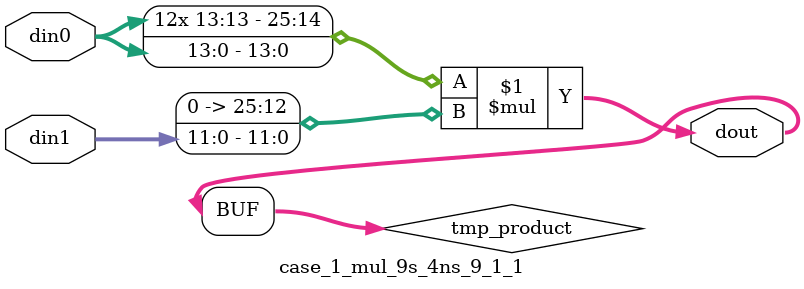
<source format=v>

`timescale 1 ns / 1 ps

 (* use_dsp = "no" *)  module case_1_mul_9s_4ns_9_1_1(din0, din1, dout);
parameter ID = 1;
parameter NUM_STAGE = 0;
parameter din0_WIDTH = 14;
parameter din1_WIDTH = 12;
parameter dout_WIDTH = 26;

input [din0_WIDTH - 1 : 0] din0; 
input [din1_WIDTH - 1 : 0] din1; 
output [dout_WIDTH - 1 : 0] dout;

wire signed [dout_WIDTH - 1 : 0] tmp_product;


























assign tmp_product = $signed(din0) * $signed({1'b0, din1});









assign dout = tmp_product;





















endmodule

</source>
